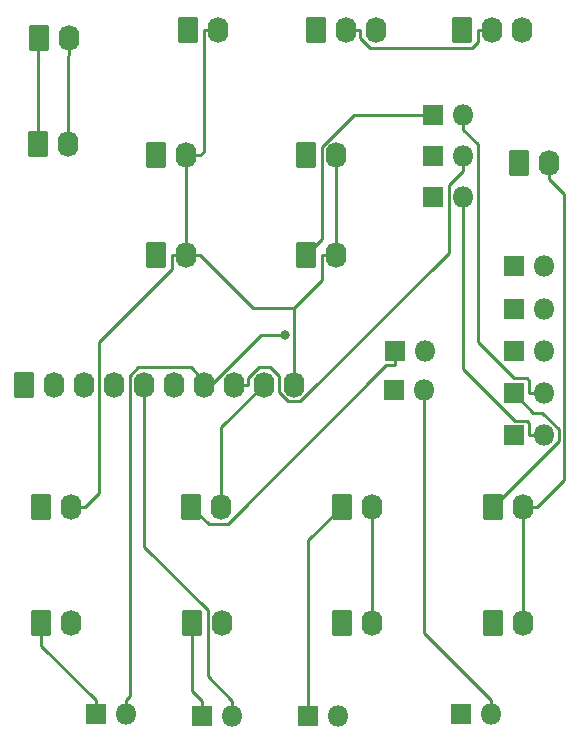
<source format=gbr>
%TF.GenerationSoftware,KiCad,Pcbnew,7.0.9*%
%TF.CreationDate,2023-12-03T08:59:46+10:00*%
%TF.ProjectId,FUEL,4655454c-2e6b-4696-9361-645f70636258,rev?*%
%TF.SameCoordinates,Original*%
%TF.FileFunction,Copper,L1,Top*%
%TF.FilePolarity,Positive*%
%FSLAX46Y46*%
G04 Gerber Fmt 4.6, Leading zero omitted, Abs format (unit mm)*
G04 Created by KiCad (PCBNEW 7.0.9) date 2023-12-03 08:59:46*
%MOMM*%
%LPD*%
G01*
G04 APERTURE LIST*
G04 Aperture macros list*
%AMRoundRect*
0 Rectangle with rounded corners*
0 $1 Rounding radius*
0 $2 $3 $4 $5 $6 $7 $8 $9 X,Y pos of 4 corners*
0 Add a 4 corners polygon primitive as box body*
4,1,4,$2,$3,$4,$5,$6,$7,$8,$9,$2,$3,0*
0 Add four circle primitives for the rounded corners*
1,1,$1+$1,$2,$3*
1,1,$1+$1,$4,$5*
1,1,$1+$1,$6,$7*
1,1,$1+$1,$8,$9*
0 Add four rect primitives between the rounded corners*
20,1,$1+$1,$2,$3,$4,$5,0*
20,1,$1+$1,$4,$5,$6,$7,0*
20,1,$1+$1,$6,$7,$8,$9,0*
20,1,$1+$1,$8,$9,$2,$3,0*%
G04 Aperture macros list end*
%TA.AperFunction,ComponentPad*%
%ADD10RoundRect,0.250000X-0.620000X-0.845000X0.620000X-0.845000X0.620000X0.845000X-0.620000X0.845000X0*%
%TD*%
%TA.AperFunction,ComponentPad*%
%ADD11O,1.740000X2.190000*%
%TD*%
%TA.AperFunction,ComponentPad*%
%ADD12O,1.800000X1.800000*%
%TD*%
%TA.AperFunction,ComponentPad*%
%ADD13R,1.800000X1.800000*%
%TD*%
%TA.AperFunction,ViaPad*%
%ADD14C,0.800000*%
%TD*%
%TA.AperFunction,Conductor*%
%ADD15C,0.250000*%
%TD*%
G04 APERTURE END LIST*
D10*
%TO.P,SW15,1,A*%
%TO.N,Net-(D12-K)*%
X151090000Y-65690000D03*
D11*
%TO.P,SW15,2,B*%
%TO.N,/ROW5*%
X153630000Y-65690000D03*
%TD*%
D10*
%TO.P,SW10,1,1*%
%TO.N,Net-(D10-K)*%
X133070000Y-73530000D03*
D11*
%TO.P,SW10,2,2*%
%TO.N,/ROW6*%
X135610000Y-73530000D03*
%TD*%
D12*
%TO.P,D4,2,A*%
%TO.N,/COL0*%
X148740000Y-112420000D03*
D13*
%TO.P,D4,1,K*%
%TO.N,Net-(D4-K)*%
X146200000Y-112420000D03*
%TD*%
D11*
%TO.P,SW11,2,2*%
%TO.N,/ROW6*%
X122940000Y-73530000D03*
D10*
%TO.P,SW11,1,1*%
%TO.N,Net-(D11-K)*%
X120400000Y-73530000D03*
%TD*%
%TO.P,SW6,1,A*%
%TO.N,Net-(D6-K)*%
X123370000Y-94840000D03*
D11*
%TO.P,SW6,2,B*%
%TO.N,/ROW5*%
X125910000Y-94840000D03*
%TD*%
D10*
%TO.P,SW9,1,A*%
%TO.N,Net-(D9-K)*%
X123060000Y-54510000D03*
D11*
%TO.P,SW9,2,B*%
%TO.N,/ROW6*%
X125600000Y-54510000D03*
%TD*%
D13*
%TO.P,D14,1,K*%
%TO.N,Net-(D14-K)*%
X150660000Y-74483800D03*
D12*
%TO.P,D14,2,A*%
%TO.N,/COL6*%
X153200000Y-74483800D03*
%TD*%
D10*
%TO.P,J4,1,Pin_1*%
%TO.N,/ANALOG_5V*%
X133910000Y-54510000D03*
D11*
%TO.P,J4,2,Pin_2*%
%TO.N,/RCVR_BRIGHT*%
X136450000Y-54510000D03*
%TO.P,J4,3,Pin_3*%
%TO.N,/ANALOG_GND*%
X138990000Y-54510000D03*
%TD*%
D12*
%TO.P,D10,2,A*%
%TO.N,/COL2*%
X146390000Y-61670000D03*
D13*
%TO.P,D10,1,K*%
%TO.N,Net-(D10-K)*%
X143850000Y-61670000D03*
%TD*%
%TO.P,D7,1,K*%
%TO.N,Net-(D7-K)*%
X133270000Y-112520000D03*
D12*
%TO.P,D7,2,A*%
%TO.N,/COL3*%
X135810000Y-112520000D03*
%TD*%
D10*
%TO.P,J2,1,Pin_1*%
%TO.N,Net-(J1-Pin_1)*%
X110390000Y-64110000D03*
D11*
%TO.P,J2,2,Pin_2*%
%TO.N,Net-(J1-Pin_2)*%
X112930000Y-64110000D03*
%TD*%
D10*
%TO.P,SW13,1,1*%
%TO.N,Net-(D13-K)*%
X133070000Y-65090000D03*
D11*
%TO.P,SW13,2,2*%
%TO.N,/ROW6*%
X135610000Y-65090000D03*
%TD*%
D12*
%TO.P,D11,2,A*%
%TO.N,/COL3*%
X153200000Y-81626900D03*
D13*
%TO.P,D11,1,K*%
%TO.N,Net-(D11-K)*%
X150660000Y-81626900D03*
%TD*%
%TO.P,D13,1,K*%
%TO.N,Net-(D13-K)*%
X150660000Y-78055300D03*
D12*
%TO.P,D13,2,A*%
%TO.N,/COL4*%
X153200000Y-78055300D03*
%TD*%
%TO.P,D12,2,A*%
%TO.N,/COL7*%
X146390000Y-65160000D03*
D13*
%TO.P,D12,1,K*%
%TO.N,Net-(D12-K)*%
X143850000Y-65160000D03*
%TD*%
D10*
%TO.P,J3,1,Pin_1*%
%TO.N,/COL0*%
X109200000Y-84490000D03*
D11*
%TO.P,J3,2,Pin_2*%
%TO.N,/COL1*%
X111740000Y-84490000D03*
%TO.P,J3,3,Pin_3*%
%TO.N,/COL2*%
X114280000Y-84490000D03*
%TO.P,J3,4,Pin_4*%
%TO.N,/COL3*%
X116820000Y-84490000D03*
%TO.P,J3,5,Pin_5*%
%TO.N,/COL4*%
X119360000Y-84490000D03*
%TO.P,J3,6,Pin_6*%
%TO.N,/COL5*%
X121900000Y-84490000D03*
%TO.P,J3,7,Pin_7*%
%TO.N,/COL6*%
X124440000Y-84490000D03*
%TO.P,J3,8,Pin_8*%
%TO.N,/COL7*%
X126980000Y-84490000D03*
%TO.P,J3,9,Pin_9*%
%TO.N,/ROW5*%
X129520000Y-84490000D03*
%TO.P,J3,10,Pin_10*%
%TO.N,/ROW6*%
X132060000Y-84490000D03*
%TD*%
D12*
%TO.P,D9,2,A*%
%TO.N,/COL1*%
X146390000Y-68600000D03*
D13*
%TO.P,D9,1,K*%
%TO.N,Net-(D9-K)*%
X143850000Y-68600000D03*
%TD*%
D10*
%TO.P,SW8,1,A*%
%TO.N,Net-(D8-K)*%
X148870000Y-94840000D03*
D11*
%TO.P,SW8,2,B*%
%TO.N,/ROW5*%
X151410000Y-94840000D03*
%TD*%
D12*
%TO.P,D3,2,A*%
%TO.N,/COL1*%
X153200000Y-88770000D03*
D13*
%TO.P,D3,1,K*%
%TO.N,Net-(D3-K)*%
X150660000Y-88770000D03*
%TD*%
D12*
%TO.P,D6,2,A*%
%TO.N,/COL5*%
X143115000Y-81630000D03*
D13*
%TO.P,D6,1,K*%
%TO.N,Net-(D6-K)*%
X140575000Y-81630000D03*
%TD*%
D10*
%TO.P,SW1,1,A*%
%TO.N,Net-(D1-K)*%
X110670000Y-104650000D03*
D11*
%TO.P,SW1,2,B*%
%TO.N,/ROW5*%
X113210000Y-104650000D03*
%TD*%
D13*
%TO.P,D5,1,K*%
%TO.N,Net-(D5-K)*%
X140540000Y-84910000D03*
D12*
%TO.P,D5,2,A*%
%TO.N,/COL0*%
X143080000Y-84910000D03*
%TD*%
D10*
%TO.P,RV1,1,1*%
%TO.N,/ANALOG_5V*%
X146260000Y-54510000D03*
D11*
%TO.P,RV1,2,2*%
%TO.N,/RCVR_BRIGHT*%
X148800000Y-54510000D03*
%TO.P,RV1,3,3*%
%TO.N,/ANALOG_GND*%
X151340000Y-54510000D03*
%TD*%
D13*
%TO.P,D1,1,K*%
%TO.N,Net-(D1-K)*%
X115250000Y-112420000D03*
D12*
%TO.P,D1,2,A*%
%TO.N,/COL6*%
X117790000Y-112420000D03*
%TD*%
D10*
%TO.P,SW2,1,A*%
%TO.N,Net-(D2-K)*%
X123406700Y-104650000D03*
D11*
%TO.P,SW2,2,B*%
%TO.N,/ROW5*%
X125946700Y-104650000D03*
%TD*%
D10*
%TO.P,SW3,1,A*%
%TO.N,Net-(D3-K)*%
X136143300Y-104650000D03*
D11*
%TO.P,SW3,2,B*%
%TO.N,/ROW5*%
X138683300Y-104650000D03*
%TD*%
D10*
%TO.P,J1,1,Pin_1*%
%TO.N,Net-(J1-Pin_1)*%
X110450000Y-55170000D03*
D11*
%TO.P,J1,2,Pin_2*%
%TO.N,Net-(J1-Pin_2)*%
X112990000Y-55170000D03*
%TD*%
D10*
%TO.P,SW14,1,1*%
%TO.N,Net-(D14-K)*%
X120400000Y-65090000D03*
D11*
%TO.P,SW14,2,2*%
%TO.N,/ROW6*%
X122940000Y-65090000D03*
%TD*%
D10*
%TO.P,SW4,1,A*%
%TO.N,Net-(D4-K)*%
X148880000Y-104650000D03*
D11*
%TO.P,SW4,2,B*%
%TO.N,/ROW5*%
X151420000Y-104650000D03*
%TD*%
D10*
%TO.P,SW7,1,A*%
%TO.N,Net-(D7-K)*%
X136120000Y-94840000D03*
D11*
%TO.P,SW7,2,B*%
%TO.N,/ROW5*%
X138660000Y-94840000D03*
%TD*%
D12*
%TO.P,D2,2,A*%
%TO.N,/COL4*%
X126820000Y-112520000D03*
D13*
%TO.P,D2,1,K*%
%TO.N,Net-(D2-K)*%
X124280000Y-112520000D03*
%TD*%
%TO.P,D8,1,K*%
%TO.N,Net-(D8-K)*%
X150660000Y-85198400D03*
D12*
%TO.P,D8,2,A*%
%TO.N,/COL2*%
X153200000Y-85198400D03*
%TD*%
D10*
%TO.P,SW5,1,A*%
%TO.N,Net-(D5-K)*%
X110620000Y-94840000D03*
D11*
%TO.P,SW5,2,B*%
%TO.N,/ROW6*%
X113160000Y-94840000D03*
%TD*%
D14*
%TO.N,/COL6*%
X131296800Y-80258300D03*
%TD*%
D15*
%TO.N,/RCVR_BRIGHT*%
X137645300Y-55107700D02*
X137645300Y-54510000D01*
X138507700Y-55970100D02*
X137645300Y-55107700D01*
X147115800Y-55970100D02*
X138507700Y-55970100D01*
X147604700Y-55481200D02*
X147115800Y-55970100D01*
X147604700Y-54510000D02*
X147604700Y-55481200D01*
X148800000Y-54510000D02*
X147604700Y-54510000D01*
X136450000Y-54510000D02*
X137645300Y-54510000D01*
%TO.N,/ROW6*%
X135610000Y-65090000D02*
X135610000Y-73530000D01*
X135610000Y-73530000D02*
X134414700Y-73530000D01*
X124404700Y-64820600D02*
X124404700Y-54510000D01*
X124135300Y-65090000D02*
X124404700Y-64820600D01*
X125600000Y-54510000D02*
X124404700Y-54510000D01*
X122940000Y-65090000D02*
X124135300Y-65090000D01*
X122940000Y-73530000D02*
X124135300Y-73530000D01*
X132060000Y-77967000D02*
X132060000Y-84490000D01*
X134414700Y-75612300D02*
X132060000Y-77967000D01*
X134414700Y-73530000D02*
X134414700Y-75612300D01*
X128572300Y-77967000D02*
X124135300Y-73530000D01*
X132060000Y-77967000D02*
X128572300Y-77967000D01*
X122940000Y-65090000D02*
X122940000Y-73530000D01*
X115550000Y-93645300D02*
X114355300Y-94840000D01*
X115550000Y-80920000D02*
X115550000Y-93645300D01*
X121744700Y-74725300D02*
X115550000Y-80920000D01*
X121744700Y-73530000D02*
X121744700Y-74725300D01*
X122940000Y-73530000D02*
X121744700Y-73530000D01*
X113160000Y-94840000D02*
X114355300Y-94840000D01*
%TO.N,/ROW5*%
X151420000Y-104650000D02*
X151420000Y-103229700D01*
X125910000Y-88100000D02*
X125910000Y-94840000D01*
X129520000Y-84490000D02*
X125910000Y-88100000D01*
X153630000Y-65690000D02*
X153630000Y-67110300D01*
X151410000Y-103219700D02*
X151410000Y-94840000D01*
X151420000Y-103229700D02*
X151410000Y-103219700D01*
X151410000Y-94840000D02*
X152605300Y-94840000D01*
X138660000Y-103206400D02*
X138660000Y-94840000D01*
X138683300Y-103229700D02*
X138660000Y-103206400D01*
X138683300Y-104650000D02*
X138683300Y-103229700D01*
X154915700Y-68396000D02*
X153630000Y-67110300D01*
X154915700Y-92529600D02*
X154915700Y-68396000D01*
X152605300Y-94840000D02*
X154915700Y-92529600D01*
%TO.N,/COL7*%
X145164700Y-67610600D02*
X146390000Y-66385300D01*
X145164700Y-73347900D02*
X145164700Y-67610600D01*
X132590400Y-85922200D02*
X145164700Y-73347900D01*
X131565500Y-85922200D02*
X132590400Y-85922200D01*
X130790000Y-85146700D02*
X131565500Y-85922200D01*
X130790000Y-83792000D02*
X130790000Y-85146700D01*
X129997600Y-82999600D02*
X130790000Y-83792000D01*
X129068000Y-82999600D02*
X129997600Y-82999600D01*
X128175300Y-83892300D02*
X129068000Y-82999600D01*
X128175300Y-84490000D02*
X128175300Y-83892300D01*
X126980000Y-84490000D02*
X128175300Y-84490000D01*
X146390000Y-65160000D02*
X146390000Y-66385300D01*
%TO.N,/COL2*%
X147615300Y-64120600D02*
X146390000Y-62895300D01*
X147615300Y-80883800D02*
X147615300Y-64120600D01*
X150704600Y-83973100D02*
X147615300Y-80883800D01*
X151745000Y-83973100D02*
X150704600Y-83973100D01*
X151974700Y-84202800D02*
X151745000Y-83973100D01*
X151974700Y-85198400D02*
X151974700Y-84202800D01*
X153200000Y-85198400D02*
X151974700Y-85198400D01*
X146390000Y-61670000D02*
X146390000Y-62895300D01*
%TO.N,Net-(D8-K)*%
X152326600Y-86865000D02*
X150660000Y-85198400D01*
X153039000Y-86865000D02*
X152326600Y-86865000D01*
X154465400Y-88291400D02*
X153039000Y-86865000D01*
X154465400Y-89244600D02*
X154465400Y-88291400D01*
X148870000Y-94840000D02*
X154465400Y-89244600D01*
%TO.N,Net-(D7-K)*%
X133270000Y-97690000D02*
X136120000Y-94840000D01*
X133270000Y-112520000D02*
X133270000Y-97690000D01*
%TO.N,/COL0*%
X143080000Y-105534700D02*
X148740000Y-111194700D01*
X143080000Y-84910000D02*
X143080000Y-105534700D01*
X148740000Y-112420000D02*
X148740000Y-111194700D01*
%TO.N,/COL1*%
X146390000Y-83197500D02*
X146390000Y-68600000D01*
X150737200Y-87544700D02*
X146390000Y-83197500D01*
X151745000Y-87544700D02*
X150737200Y-87544700D01*
X151974700Y-87774400D02*
X151745000Y-87544700D01*
X151974700Y-88770000D02*
X151974700Y-87774400D01*
X153200000Y-88770000D02*
X151974700Y-88770000D01*
%TO.N,Net-(J1-Pin_2)*%
X112930000Y-56650300D02*
X112930000Y-64110000D01*
X112990000Y-56590300D02*
X112930000Y-56650300D01*
X112990000Y-55170000D02*
X112990000Y-56590300D01*
%TO.N,Net-(J1-Pin_1)*%
X110390000Y-55230000D02*
X110390000Y-64110000D01*
X110450000Y-55170000D02*
X110390000Y-55230000D01*
%TO.N,/COL4*%
X124730400Y-109205100D02*
X126820000Y-111294700D01*
X124730400Y-103582200D02*
X124730400Y-109205100D01*
X119360000Y-98211800D02*
X124730400Y-103582200D01*
X119360000Y-84490000D02*
X119360000Y-98211800D01*
X126820000Y-112520000D02*
X126820000Y-111294700D01*
%TO.N,Net-(D10-K)*%
X134414600Y-72185400D02*
X133070000Y-73530000D01*
X134414600Y-64356400D02*
X134414600Y-72185400D01*
X137101000Y-61670000D02*
X134414600Y-64356400D01*
X143850000Y-61670000D02*
X137101000Y-61670000D01*
%TO.N,/COL6*%
X129269400Y-80258300D02*
X131296800Y-80258300D01*
X125037700Y-84490000D02*
X129269400Y-80258300D01*
X124440000Y-84490000D02*
X124738900Y-84490000D01*
X124738900Y-84490000D02*
X125037700Y-84490000D01*
X118152900Y-110831800D02*
X117790000Y-111194700D01*
X118152900Y-83759800D02*
X118152900Y-110831800D01*
X118869500Y-83043200D02*
X118152900Y-83759800D01*
X123292100Y-83043200D02*
X118869500Y-83043200D01*
X124738900Y-84490000D02*
X123292100Y-83043200D01*
X117790000Y-112420000D02*
X117790000Y-111194700D01*
%TO.N,Net-(D6-K)*%
X124822100Y-96292100D02*
X123370000Y-94840000D01*
X126445500Y-96292100D02*
X124822100Y-96292100D01*
X139882300Y-82855300D02*
X126445500Y-96292100D01*
X140575000Y-82855300D02*
X139882300Y-82855300D01*
X140575000Y-81630000D02*
X140575000Y-82855300D01*
%TO.N,Net-(D1-K)*%
X110670000Y-106614700D02*
X110670000Y-104650000D01*
X115250000Y-111194700D02*
X110670000Y-106614700D01*
X115250000Y-112420000D02*
X115250000Y-111194700D01*
%TO.N,Net-(D2-K)*%
X123406700Y-110421400D02*
X123406700Y-104650000D01*
X124280000Y-111294700D02*
X123406700Y-110421400D01*
X124280000Y-112520000D02*
X124280000Y-111294700D01*
%TD*%
M02*

</source>
